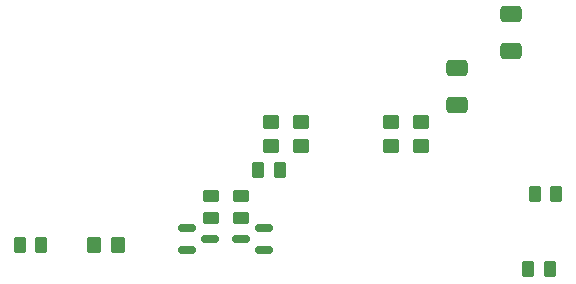
<source format=gbr>
%TF.GenerationSoftware,KiCad,Pcbnew,(6.0.10)*%
%TF.CreationDate,2023-02-04T03:47:28-05:00*%
%TF.ProjectId,lin-valve-control,6c696e2d-7661-46c7-9665-2d636f6e7472,1.0*%
%TF.SameCoordinates,Original*%
%TF.FileFunction,Paste,Bot*%
%TF.FilePolarity,Positive*%
%FSLAX46Y46*%
G04 Gerber Fmt 4.6, Leading zero omitted, Abs format (unit mm)*
G04 Created by KiCad (PCBNEW (6.0.10)) date 2023-02-04 03:47:28*
%MOMM*%
%LPD*%
G01*
G04 APERTURE LIST*
G04 Aperture macros list*
%AMRoundRect*
0 Rectangle with rounded corners*
0 $1 Rounding radius*
0 $2 $3 $4 $5 $6 $7 $8 $9 X,Y pos of 4 corners*
0 Add a 4 corners polygon primitive as box body*
4,1,4,$2,$3,$4,$5,$6,$7,$8,$9,$2,$3,0*
0 Add four circle primitives for the rounded corners*
1,1,$1+$1,$2,$3*
1,1,$1+$1,$4,$5*
1,1,$1+$1,$6,$7*
1,1,$1+$1,$8,$9*
0 Add four rect primitives between the rounded corners*
20,1,$1+$1,$2,$3,$4,$5,0*
20,1,$1+$1,$4,$5,$6,$7,0*
20,1,$1+$1,$6,$7,$8,$9,0*
20,1,$1+$1,$8,$9,$2,$3,0*%
G04 Aperture macros list end*
%ADD10RoundRect,0.250000X-0.262500X-0.450000X0.262500X-0.450000X0.262500X0.450000X-0.262500X0.450000X0*%
%ADD11RoundRect,0.250000X0.450000X-0.350000X0.450000X0.350000X-0.450000X0.350000X-0.450000X-0.350000X0*%
%ADD12RoundRect,0.250000X-0.450000X0.262500X-0.450000X-0.262500X0.450000X-0.262500X0.450000X0.262500X0*%
%ADD13RoundRect,0.150000X0.587500X0.150000X-0.587500X0.150000X-0.587500X-0.150000X0.587500X-0.150000X0*%
%ADD14RoundRect,0.250000X0.650000X-0.412500X0.650000X0.412500X-0.650000X0.412500X-0.650000X-0.412500X0*%
%ADD15RoundRect,0.250000X-0.650000X0.412500X-0.650000X-0.412500X0.650000X-0.412500X0.650000X0.412500X0*%
%ADD16RoundRect,0.250000X0.262500X0.450000X-0.262500X0.450000X-0.262500X-0.450000X0.262500X-0.450000X0*%
%ADD17RoundRect,0.150000X-0.587500X-0.150000X0.587500X-0.150000X0.587500X0.150000X-0.587500X0.150000X0*%
%ADD18RoundRect,0.250000X-0.350000X-0.450000X0.350000X-0.450000X0.350000X0.450000X-0.350000X0.450000X0*%
G04 APERTURE END LIST*
D10*
%TO.C,R8*%
X181055000Y-89154000D03*
X182880000Y-89154000D03*
%TD*%
D11*
%TO.C,R6*%
X182118000Y-87122000D03*
X182118000Y-85122000D03*
%TD*%
D12*
%TO.C,R11*%
X179578000Y-91393000D03*
X179578000Y-93218000D03*
%TD*%
D11*
%TO.C,R2*%
X194818000Y-87090000D03*
X194818000Y-85090000D03*
%TD*%
D13*
%TO.C,Q1*%
X181531500Y-94046000D03*
X181531500Y-95946000D03*
X179656500Y-94996000D03*
%TD*%
D10*
%TO.C,R13*%
X204470000Y-91186000D03*
X206295000Y-91186000D03*
%TD*%
D11*
%TO.C,R1*%
X192278000Y-87122000D03*
X192278000Y-85122000D03*
%TD*%
D14*
%TO.C,C2*%
X202438000Y-79071000D03*
X202438000Y-75946000D03*
%TD*%
D15*
%TO.C,C3*%
X197866000Y-80518000D03*
X197866000Y-83643000D03*
%TD*%
D16*
%TO.C,R9*%
X162710500Y-95504000D03*
X160885500Y-95504000D03*
%TD*%
D10*
%TO.C,R12*%
X203915000Y-97536000D03*
X205740000Y-97536000D03*
%TD*%
D11*
%TO.C,R4*%
X184658000Y-87090000D03*
X184658000Y-85090000D03*
%TD*%
D17*
%TO.C,Q2*%
X175084500Y-95946000D03*
X175084500Y-94046000D03*
X176959500Y-94996000D03*
%TD*%
D18*
%TO.C,R3*%
X167164000Y-95504000D03*
X169164000Y-95504000D03*
%TD*%
D12*
%TO.C,R10*%
X177038000Y-91393000D03*
X177038000Y-93218000D03*
%TD*%
M02*

</source>
